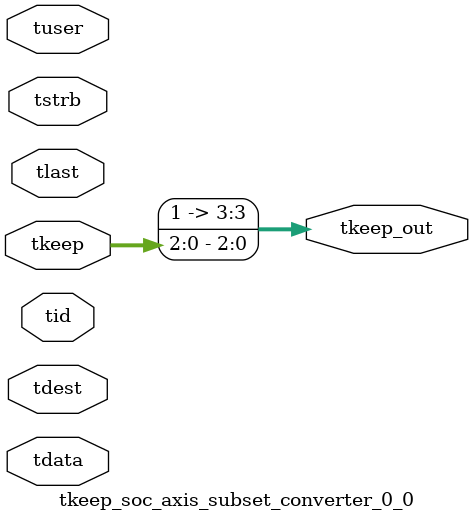
<source format=v>


`timescale 1ps/1ps

module tkeep_soc_axis_subset_converter_0_0 #
(
parameter C_S_AXIS_TDATA_WIDTH = 32,
parameter C_S_AXIS_TUSER_WIDTH = 0,
parameter C_S_AXIS_TID_WIDTH   = 0,
parameter C_S_AXIS_TDEST_WIDTH = 0,
parameter C_M_AXIS_TDATA_WIDTH = 32
)
(
input  [(C_S_AXIS_TDATA_WIDTH == 0 ? 1 : C_S_AXIS_TDATA_WIDTH)-1:0     ] tdata,
input  [(C_S_AXIS_TUSER_WIDTH == 0 ? 1 : C_S_AXIS_TUSER_WIDTH)-1:0     ] tuser,
input  [(C_S_AXIS_TID_WIDTH   == 0 ? 1 : C_S_AXIS_TID_WIDTH)-1:0       ] tid,
input  [(C_S_AXIS_TDEST_WIDTH == 0 ? 1 : C_S_AXIS_TDEST_WIDTH)-1:0     ] tdest,
input  [(C_S_AXIS_TDATA_WIDTH/8)-1:0 ] tkeep,
input  [(C_S_AXIS_TDATA_WIDTH/8)-1:0 ] tstrb,
input                                                                    tlast,
output [(C_M_AXIS_TDATA_WIDTH/8)-1:0 ] tkeep_out
);

assign tkeep_out = {3'b111,tkeep[2:0]};

endmodule


</source>
